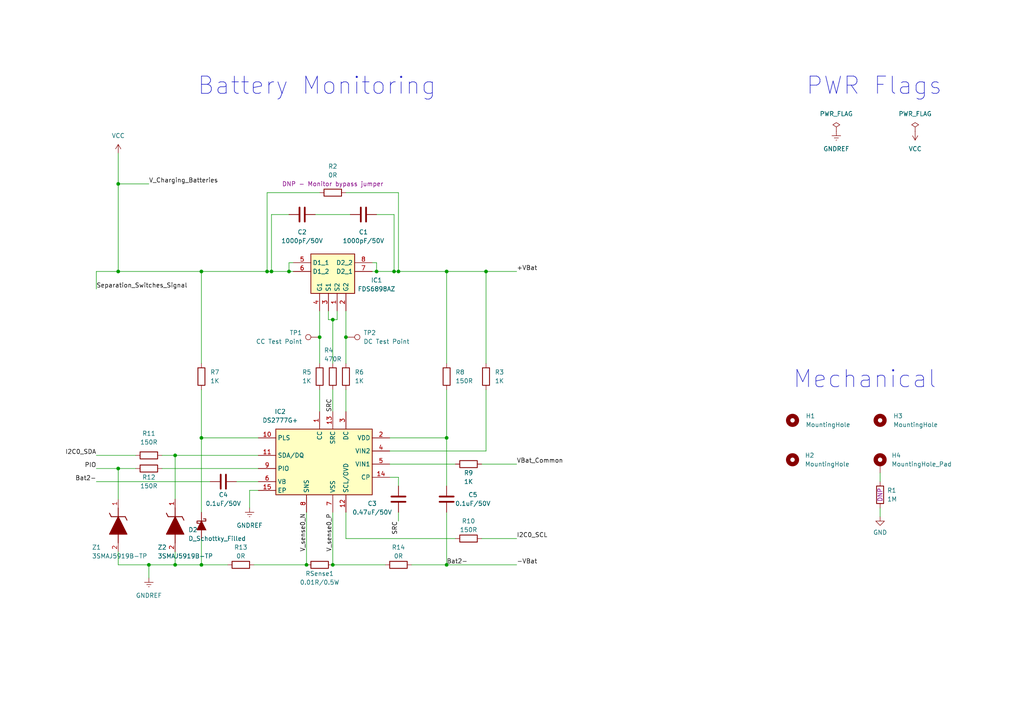
<source format=kicad_sch>
(kicad_sch (version 20230121) (generator eeschema)
  (paper "A4")
  (title_block (title "Battery Module 4c2") (date "2023-08-10") (comment 1 "Vitória Beatriz Bianchin <vitoriabbianchin@gmail.com>"))
  (lib_symbols
    (symbol "3SMAJ5919B-TP:3SMAJ5919B-TP" (pin_names hide)
      (property "Reference" "Z" (at 10.16 8.89 0))
      (property "Value" "3SMAJ5919B-TP" (at 10.16 6.35 0))
      (symbol "3SMAJ5919B-TP_1_1"
        (polyline (pts (xy 2.54 0) (xy 5.08 0)) (stroke (width 0.254)))
        (polyline (pts (xy 4.064 -2.54) (xy 5.08 -2.032)) (stroke (width 0.254)))
        (polyline (pts (xy 5.08 2.032) (xy 5.08 -2.032)) (stroke (width 0.254)))
        (polyline (pts (xy 5.08 2.032) (xy 6.096 2.54)) (stroke (width 0.254)))
        (polyline (pts (xy 12.7 0) (xy 10.16 0)) (stroke (width 0.254)))
        (polyline (pts (xy 5.08 0) (xy 10.16 2.54) (xy 10.16 -2.54) (xy 5.08 0)) (stroke (width 0.254)) (fill (type outline)))
        (pin passive line (at 0 0 0) (length 2.54) (name "K") (number "1"))
        (pin passive line (at 15.24 0 180) (length 2.54) (name "A") (number "2"))
      )
    )
    (symbol "Connector:TestPoint" (pin_numbers hide) (pin_names (offset 0.762) hide)
      (property "Reference" "TP" (at 0 6.858 0))
      (property "Value" "TestPoint" (at 0 5.08 0))
      (symbol "TestPoint_0_1"
        (circle (center 0 3.302) (radius 0.762))
      )
      (symbol "TestPoint_1_1"
        (pin passive line (at 0 0 90) (length 2.54) (name "1") (number "1"))
      )
    )
    (symbol "DS2777G+:DS2777G+"
      (property "Reference" "IC2" (at 6.35 7.62 0))
      (property "Value" "DS2777G+" (at 6.35 5.08 0))
      (symbol "DS2777G+_1_1"
        (rectangle (start 5.08 2.54) (end 33.02 -16.51) (stroke (width 0.254)) (fill (type background)))
        (pin passive line (at 17.78 7.62 270) (length 5.08) (name "CC") (number "1"))
        (pin passive line (at 0 0 0) (length 5.08) (name "PLS") (number "10"))
        (pin passive line (at 0 -5.08 0) (length 5.08) (name "SDA/DQ") (number "11"))
        (pin passive line (at 25.4 -21.59 90) (length 5.08) (name "SCL/OVD") (number "12"))
        (pin passive line (at 21.59 7.62 270) (length 5.08) (name "SRC") (number "13"))
        (pin passive line (at 38.1 -11.43 180) (length 5.08) (name "CP") (number "14"))
        (pin passive line (at 0 -15.24 0) (length 5.08) (name "EP") (number "15"))
        (pin passive line (at 38.1 0 180) (length 5.08) (name "VDD") (number "2"))
        (pin passive line (at 25.4 7.62 270) (length 5.08) (name "DC") (number "3"))
        (pin passive line (at 38.1 -3.81 180) (length 5.08) (name "VIN2") (number "4"))
        (pin passive line (at 38.1 -7.62 180) (length 5.08) (name "VIN1") (number "5"))
        (pin passive line (at 0 -12.7 0) (length 5.08) (name "VB") (number "6"))
        (pin passive line (at 21.59 -21.59 90) (length 5.08) (name "VSS") (number "7"))
        (pin passive line (at 13.97 -21.59 90) (length 5.08) (name "SNS") (number "8"))
        (pin passive line (at 0 -8.89 0) (length 5.08) (name "PIO") (number "9"))
      )
    )
    (symbol "Device:C" (pin_numbers hide) (pin_names (offset 0.254))
      (property "Reference" "C" (at 0.635 2.54 0))
      (property "Value" "C" (at 0.635 -2.54 0))
      (symbol "C_0_1"
        (polyline (pts (xy -2.032 -0.762) (xy 2.032 -0.762)) (stroke (width 0.508)))
        (polyline (pts (xy -2.032 0.762) (xy 2.032 0.762)) (stroke (width 0.508)))
      )
      (symbol "C_1_1"
        (pin passive line (at 0 3.81 270) (length 2.794) (name "~") (number "1"))
        (pin passive line (at 0 -3.81 90) (length 2.794) (name "~") (number "2"))
      )
    )
    (symbol "Device:D_Schottky_Filled" (pin_numbers hide) (pin_names (offset 1.016) hide)
      (property "Reference" "D" (at 0 2.54 0))
      (property "Value" "D_Schottky_Filled" (at 0 -2.54 0))
      (symbol "D_Schottky_Filled_0_1"
        (polyline (pts (xy 1.27 0) (xy -1.27 0)))
        (polyline (pts (xy 1.27 1.27) (xy 1.27 -1.27) (xy -1.27 0) (xy 1.27 1.27)) (stroke (width 0.254)) (fill (type outline)))
        (polyline (pts (xy -1.905 0.635) (xy -1.905 1.27) (xy -1.27 1.27) (xy -1.27 -1.27) (xy -0.635 -1.27) (xy -0.635 -0.635)) (stroke (width 0.254)))
      )
      (symbol "D_Schottky_Filled_1_1"
        (pin passive line (at -3.81 0 0) (length 2.54) (name "K") (number "1"))
        (pin passive line (at 3.81 0 180) (length 2.54) (name "A") (number "2"))
      )
    )
    (symbol "Device:R" (pin_numbers hide) (pin_names (offset 0))
      (property "Reference" "R" (at 2.032 0 90))
      (property "Value" "R" (at 0 0 90))
      (symbol "R_0_1"
        (rectangle (start -1.016 -2.54) (end 1.016 2.54) (stroke (width 0.254)))
      )
      (symbol "R_1_1"
        (pin passive line (at 0 3.81 270) (length 1.27) (name "~") (number "1"))
        (pin passive line (at 0 -3.81 90) (length 1.27) (name "~") (number "2"))
      )
    )
    (symbol "FDS6898AZ-:FDS6898AZ"
      (property "Reference" "IC1" (at 12.7 7.62 0))
      (property "Value" "FDS6898AZ" (at 12.7 5.08 0))
      (symbol "FDS6898AZ_1_1"
        (rectangle (start 6.35 -6.35) (end 19.05 -17.78) (stroke (width 0.254)) (fill (type background)))
        (pin passive line (at 13.97 -22.86 90) (length 5.08) (name "S2") (number "1"))
        (pin passive line (at 16.51 -22.86 90) (length 5.08) (name "G2") (number "2"))
        (pin passive line (at 11.43 -22.86 90) (length 5.08) (name "S1") (number "3"))
        (pin passive line (at 8.89 -22.86 90) (length 5.08) (name "G1") (number "4"))
        (pin passive line (at 1.27 -8.89 0) (length 5.08) (name "D1_1") (number "5"))
        (pin passive line (at 1.27 -11.43 0) (length 5.08) (name "D1_2") (number "6"))
        (pin passive line (at 24.13 -11.43 180) (length 5.08) (name "D2_1") (number "7"))
        (pin passive line (at 24.13 -8.89 180) (length 5.08) (name "D2_2") (number "8"))
      )
    )
    (symbol "Mechanical:MountingHole" (pin_names (offset 1.016))
      (property "Reference" "H" (at 0 5.08 0))
      (property "Value" "MountingHole" (at 0 3.175 0))
      (symbol "MountingHole_0_1"
        (circle (center 0 0) (radius 1.27) (stroke (width 1.27)))
      )
    )
    (symbol "Mechanical:MountingHole_Pad" (pin_numbers hide) (pin_names (offset 1.016) hide)
      (property "Reference" "H" (at 0 6.35 0))
      (property "Value" "MountingHole_Pad" (at 0 4.445 0))
      (symbol "MountingHole_Pad_0_1"
        (circle (center 0 1.27) (radius 1.27) (stroke (width 1.27)))
      )
      (symbol "MountingHole_Pad_1_1"
        (pin input line (at 0 -2.54 90) (length 2.54) (name "1") (number "1"))
      )
    )
    (symbol "power:GND" (power) (pin_names (offset 0))
      (property "Value" "GND" (at 0 -3.81 0))
      (symbol "GND_0_1"
        (polyline (pts (xy 0 0) (xy 0 -1.27) (xy 1.27 -1.27) (xy 0 -2.54) (xy -1.27 -1.27) (xy 0 -1.27)))
      )
      (symbol "GND_1_1"
        (pin power_in line (at 0 0 270) (length 0) hide (name "GND") (number "1"))
      )
    )
    (symbol "power:GNDREF" (power) (pin_names (offset 0))
      (property "Value" "GNDREF" (at 0 -3.81 0))
      (symbol "GNDREF_0_1"
        (polyline (pts (xy -0.635 -1.905) (xy 0.635 -1.905)))
        (polyline (pts (xy -0.127 -2.54) (xy 0.127 -2.54)))
        (polyline (pts (xy 0 -1.27) (xy 0 0)))
        (polyline (pts (xy 1.27 -1.27) (xy -1.27 -1.27)))
      )
      (symbol "GNDREF_1_1"
        (pin power_in line (at 0 0 270) (length 0) hide (name "GNDREF") (number "1"))
      )
    )
    (symbol "power:PWR_FLAG" (power) (pin_numbers hide) (pin_names (offset 0) hide)
      (property "Value" "PWR_FLAG" (at 0 3.81 0))
      (symbol "PWR_FLAG_0_0"
        (pin power_out line (at 0 0 90) (length 0) (name "pwr") (number "1"))
      )
      (symbol "PWR_FLAG_0_1"
        (polyline (pts (xy 0 0) (xy 0 1.27) (xy -1.016 1.905) (xy 0 2.54) (xy 1.016 1.905) (xy 0 1.27)))
      )
    )
    (symbol "power:VCC" (power) (pin_names (offset 0))
      (property "Value" "VCC" (at 0 3.81 0))
      (symbol "VCC_0_1"
        (polyline (pts (xy -0.762 1.27) (xy 0 2.54)))
        (polyline (pts (xy 0 0) (xy 0 2.54)))
        (polyline (pts (xy 0 2.54) (xy 0.762 1.27)))
      )
      (symbol "VCC_1_1"
        (pin power_in line (at 0 0 90) (length 0) hide (name "VCC") (number "1"))
      )
    )
  )
  (junction (at 83.82 78.74))
  (junction (at 129.54 163.83))
  (junction (at 43.18 163.83))
  (junction (at 96.52 163.83))
  (junction (at 100.33 97.79))
  (junction (at 34.29 135.89))
  (junction (at 129.54 127))
  (junction (at 58.42 78.74))
  (junction (at 78.74 78.74))
  (junction (at 50.8 163.83))
  (junction (at 114.3 78.74))
  (junction (at 58.42 163.83))
  (junction (at 34.29 53.34))
  (junction (at 77.47 78.74))
  (junction (at 58.42 127))
  (junction (at 96.52 92.71))
  (junction (at 109.22 78.74))
  (junction (at 115.57 78.74))
  (junction (at 34.29 78.74))
  (junction (at 140.97 78.74))
  (junction (at 129.54 78.74))
  (junction (at 50.8 132.08))
  (junction (at 92.71 97.79))
  (junction (at 88.9 163.83))
  (wire (pts (xy 96.52 92.71) (xy 97.79 92.71)))
  (wire (pts (xy 100.33 97.79) (xy 100.33 105.41)))
  (wire (pts (xy 34.29 53.34) (xy 34.29 78.74)))
  (wire (pts (xy 88.9 148.59) (xy 88.9 163.83)))
  (wire (pts (xy 34.29 78.74) (xy 58.42 78.74)))
  (wire (pts (xy 129.54 148.59) (xy 129.54 163.83)))
  (wire (pts (xy 115.57 148.59) (xy 115.57 151.13)))
  (wire (pts (xy 85.09 76.2) (xy 83.82 76.2)))
  (wire (pts (xy 129.54 163.83) (xy 149.86 163.83)))
  (wire (pts (xy 100.33 148.59) (xy 100.33 156.21)))
  (wire (pts (xy 255.27 137.16) (xy 255.27 139.7)))
  (wire (pts (xy 74.93 142.24) (xy 72.39 142.24)))
  (wire (pts (xy 95.25 92.71) (xy 96.52 92.71)))
  (wire (pts (xy 58.42 78.74) (xy 77.47 78.74)))
  (wire (pts (xy 255.27 147.32) (xy 255.27 149.86)))
  (wire (pts (xy 83.82 76.2) (xy 83.82 78.74)))
  (wire (pts (xy 83.82 78.74) (xy 85.09 78.74)))
  (wire (pts (xy 34.29 44.45) (xy 34.29 53.34)))
  (wire (pts (xy 27.94 78.74) (xy 27.94 83.82)))
  (wire (pts (xy 129.54 163.83) (xy 119.38 163.83)))
  (wire (pts (xy 129.54 113.03) (xy 129.54 127)))
  (wire (pts (xy 129.54 78.74) (xy 129.54 105.41)))
  (wire (pts (xy 43.18 163.83) (xy 34.29 163.83)))
  (wire (pts (xy 27.94 78.74) (xy 34.29 78.74)))
  (wire (pts (xy 58.42 163.83) (xy 50.8 163.83)))
  (wire (pts (xy 74.93 127) (xy 58.42 127)))
  (wire (pts (xy 109.22 76.2) (xy 107.95 76.2)))
  (wire (pts (xy 109.22 78.74) (xy 109.22 76.2)))
  (wire (pts (xy 46.99 132.08) (xy 50.8 132.08)))
  (wire (pts (xy 95.25 90.17) (xy 95.25 92.71)))
  (wire (pts (xy 115.57 78.74) (xy 129.54 78.74)))
  (wire (pts (xy 107.95 78.74) (xy 109.22 78.74)))
  (wire (pts (xy 58.42 163.83) (xy 58.42 156.21)))
  (wire (pts (xy 100.33 55.88) (xy 115.57 55.88)))
  (wire (pts (xy 140.97 78.74) (xy 140.97 105.41)))
  (wire (pts (xy 111.76 163.83) (xy 96.52 163.83)))
  (wire (pts (xy 46.99 135.89) (xy 74.93 135.89)))
  (wire (pts (xy 140.97 113.03) (xy 140.97 130.81)))
  (wire (pts (xy 100.33 156.21) (xy 132.08 156.21)))
  (wire (pts (xy 34.29 163.83) (xy 34.29 160.02)))
  (wire (pts (xy 100.33 113.03) (xy 100.33 119.38)))
  (wire (pts (xy 96.52 148.59) (xy 96.52 163.83)))
  (wire (pts (xy 140.97 78.74) (xy 149.86 78.74)))
  (wire (pts (xy 92.71 90.17) (xy 92.71 97.79)))
  (wire (pts (xy 72.39 142.24) (xy 72.39 147.32)))
  (wire (pts (xy 50.8 132.08) (xy 74.93 132.08)))
  (wire (pts (xy 68.58 139.7) (xy 74.93 139.7)))
  (wire (pts (xy 27.94 139.7) (xy 60.96 139.7)))
  (wire (pts (xy 43.18 163.83) (xy 43.18 167.64)))
  (wire (pts (xy 78.74 78.74) (xy 78.74 62.23)))
  (wire (pts (xy 139.7 134.62) (xy 149.86 134.62)))
  (wire (pts (xy 66.04 163.83) (xy 58.42 163.83)))
  (wire (pts (xy 100.33 90.17) (xy 100.33 97.79)))
  (wire (pts (xy 113.03 134.62) (xy 132.08 134.62)))
  (wire (pts (xy 114.3 62.23) (xy 109.22 62.23)))
  (wire (pts (xy 96.52 92.71) (xy 96.52 105.41)))
  (wire (pts (xy 78.74 62.23) (xy 83.82 62.23)))
  (wire (pts (xy 91.44 62.23) (xy 101.6 62.23)))
  (wire (pts (xy 88.9 163.83) (xy 73.66 163.83)))
  (wire (pts (xy 50.8 132.08) (xy 50.8 144.78)))
  (wire (pts (xy 140.97 130.81) (xy 113.03 130.81)))
  (wire (pts (xy 92.71 55.88) (xy 77.47 55.88)))
  (wire (pts (xy 139.7 156.21) (xy 149.86 156.21)))
  (wire (pts (xy 109.22 78.74) (xy 114.3 78.74)))
  (wire (pts (xy 115.57 138.43) (xy 115.57 140.97)))
  (wire (pts (xy 129.54 127) (xy 129.54 140.97)))
  (wire (pts (xy 58.42 113.03) (xy 58.42 127)))
  (wire (pts (xy 50.8 163.83) (xy 43.18 163.83)))
  (wire (pts (xy 27.94 132.08) (xy 39.37 132.08)))
  (wire (pts (xy 114.3 78.74) (xy 115.57 78.74)))
  (wire (pts (xy 58.42 78.74) (xy 58.42 105.41)))
  (wire (pts (xy 129.54 78.74) (xy 140.97 78.74)))
  (wire (pts (xy 50.8 160.02) (xy 50.8 163.83)))
  (wire (pts (xy 58.42 148.59) (xy 58.42 127)))
  (wire (pts (xy 114.3 78.74) (xy 114.3 62.23)))
  (wire (pts (xy 34.29 144.78) (xy 34.29 135.89)))
  (wire (pts (xy 78.74 78.74) (xy 83.82 78.74)))
  (wire (pts (xy 77.47 78.74) (xy 78.74 78.74)))
  (wire (pts (xy 77.47 55.88) (xy 77.47 78.74)))
  (wire (pts (xy 27.94 135.89) (xy 34.29 135.89)))
  (wire (pts (xy 96.52 113.03) (xy 96.52 119.38)))
  (wire (pts (xy 97.79 92.71) (xy 97.79 90.17)))
  (wire (pts (xy 115.57 55.88) (xy 115.57 78.74)))
  (wire (pts (xy 92.71 113.03) (xy 92.71 119.38)))
  (wire (pts (xy 92.71 97.79) (xy 92.71 105.41)))
  (wire (pts (xy 129.54 127) (xy 113.03 127)))
  (wire (pts (xy 113.03 138.43) (xy 115.57 138.43)))
  (wire (pts (xy 34.29 135.89) (xy 39.37 135.89)))
  (wire (pts (xy 34.29 53.34) (xy 43.18 53.34)))
  (text "PWR Flags" (at 233.68 27.94 0) (effects (font (size 5.0038 5.0038)) (justify left bottom)))
  (text "Battery Monitoring" (at 57.15 27.94 0) (effects (font (size 5.0038 5.0038)) (justify left bottom)))
  (text "Mechanical\n" (at 229.87 113.03 0) (effects (font (size 5.0038 5.0038)) (justify left bottom)))
  (label "Bat2-" (at 27.94 139.7 180))
  (label "I2C0_SCL" (at 149.86 156.21 0))
  (label "+VBat" (at 149.86 78.74 0))
  (label "-VBat" (at 149.86 163.83 0))
  (label "I2C0_SDA" (at 27.94 132.08 180))
  (label "SRC" (at 96.52 115.57 270))
  (label "V_sense0_N" (at 88.9 160.02 90))
  (label "V_sense0_P" (at 96.52 160.02 90))
  (label "VBat_Common" (at 149.86 134.62 0))
  (label "PIO" (at 27.94 135.89 180))
  (label "Separation_Switches_Signal" (at 27.94 83.82 0))
  (label "SRC" (at 115.57 151.13 270))
  (label "Bat2-" (at 129.54 163.83 0))
  (label "V_Charging_Batteries" (at 43.18 53.34 0))
  (symbol (lib_id "power:GNDREF") (at 72.39 147.32 0) (unit 1)
    (property "Reference" "#PWR02" (effects hide))
    (property "Value" "GNDREF" (at 72.39 152.4 0))
  )
  (symbol (lib_id "Device:R") (at 92.71 163.83 90) (unit 1)
    (property "Reference" "RSense1" (at 92.71 166.37 90))
    (property "Value" "0.01R/0.5W" (at 92.71 168.91 90))
  )
  (symbol (lib_id "Connector:TestPoint") (at 92.71 97.79 90) (unit 1)
    (property "Reference" "TP1" (at 87.63 96.52 90) (effects (justify left)))
    (property "Value" "CC Test Point" (at 87.63 99.06 90) (effects (justify left)))
  )
  (symbol (lib_id "Device:R") (at 96.52 55.88 90) (unit 1)
    (property "Reference" "R2" (at 96.52 48.26 90))
    (property "Value" "0R" (at 96.52 50.8 90))
    (property "Comments" "DNP - Monitor bypass jumper" (at 96.52 53.34 90))
  )
  (symbol (lib_id "power:PWR_FLAG") (at 242.57 38.1 0) (unit 1)
    (property "Reference" "#FLG02" (effects hide))
    (property "Value" "PWR_FLAG" (at 242.57 33.02 0))
  )
  (symbol (lib_id "power:VCC") (at 34.29 44.45 0) (unit 1)
    (property "Reference" "#PWR04" (effects hide))
    (property "Value" "VCC" (at 34.29 39.37 0))
  )
  (symbol (lib_id "Device:D_Schottky_Filled") (at 58.42 152.4 270) (unit 1)
    (property "Reference" "D2" (at 54.61 153.67 90) (effects (justify left)))
    (property "Value" "D_Schottky_Filled" (at 54.61 156.21 90) (effects (justify left)))
  )
  (symbol (lib_id "Device:R") (at 135.89 156.21 90) (unit 1)
    (property "Reference" "R10" (at 135.89 151.13 90))
    (property "Value" "150R" (at 135.89 153.67 90))
  )
  (symbol (lib_id "power:GNDREF") (at 242.57 38.1 0) (unit 1)
    (property "Reference" "#PWR05" (effects hide))
    (property "Value" "GNDREF" (at 242.57 43.18 0))
  )
  (symbol (lib_id "Device:R") (at 140.97 109.22 0) (unit 1)
    (property "Reference" "R3" (at 143.51 107.95 0) (effects (justify left)))
    (property "Value" "1K" (at 143.51 110.49 0) (effects (justify left)))
  )
  (symbol (lib_id "Device:C") (at 87.63 62.23 270) (unit 1)
    (property "Reference" "C2" (at 87.63 67.31 90))
    (property "Value" "1000pF/50V" (at 87.63 69.85 90))
  )
  (symbol (lib_id "power:VCC") (at 265.43 38.1 180) (unit 1)
    (property "Reference" "#PWR06" (effects hide))
    (property "Value" "VCC" (at 265.43 43.18 0))
  )
  (symbol (lib_id "Device:C") (at 129.54 144.78 180) (unit 1)
    (property "Reference" "C5" (at 137.16 143.51 0))
    (property "Value" "0.1uF/50V" (at 137.16 146.05 0))
  )
  (symbol (lib_id "Device:R") (at 96.52 109.22 0) (unit 1)
    (property "Reference" "R4" (at 93.98 101.6 0) (effects (justify left)))
    (property "Value" "470R" (at 93.98 104.14 0) (effects (justify left)))
  )
  (symbol (lib_id "Device:R") (at 69.85 163.83 90) (unit 1)
    (property "Reference" "R13" (at 69.85 158.75 90))
    (property "Value" "0R" (at 69.85 161.29 90))
  )
  (symbol (lib_id "Mechanical:MountingHole") (at 229.87 133.35 0) (unit 1) (in_bom no)
    (property "Reference" "H2" (at 233.445 132.0799 0) (effects (justify left)))
    (property "Value" "MountingHole" (at 233.445 134.6199 0) (effects (justify left)))
    (property "Footprint" "MountingHole:MountingHole_3.2mm_M3_ISO14580_Pad" (effects hide))
  )
  (symbol (lib_id "Device:R") (at 92.71 109.22 180) (unit 1)
    (property "Reference" "R5" (at 87.63 107.95 0) (effects (justify right)))
    (property "Value" "1K" (at 87.63 110.49 0) (effects (justify right)))
  )
  (symbol (lib_id "Device:R") (at 100.33 109.22 0) (unit 1)
    (property "Reference" "R6" (at 102.87 107.95 0) (effects (justify left)))
    (property "Value" "1K" (at 102.87 110.49 0) (effects (justify left)))
  )
  (symbol (lib_id "Device:C") (at 105.41 62.23 90) (unit 1)
    (property "Reference" "C1" (at 105.41 67.31 90))
    (property "Value" "1000pF/50V" (at 105.41 69.85 90))
  )
  (symbol (lib_id "Device:C") (at 115.57 144.78 180) (unit 1)
    (property "Reference" "C3" (at 107.95 146.05 0))
    (property "Value" "0.47uF/50V" (at 107.95 148.59 0))
  )
  (symbol (lib_id "Device:R") (at 58.42 109.22 0) (unit 1)
    (property "Reference" "R7" (at 60.96 107.95 0) (effects (justify left)))
    (property "Value" "1K" (at 60.96 110.49 0) (effects (justify left)))
  )
  (symbol (lib_id "Device:R") (at 255.27 143.51 0) (unit 1)
    (property "Reference" "R1" (at 257.302 142.2399 0) (effects (justify left)))
    (property "Value" "1M" (at 257.302 144.7799 0) (effects (justify left)))
    (property "Footprint" "Resistor_SMD:R_0603_1608Metric_Pad0.98x0.95mm_HandSolder" (effects hide))
    (property "Datasheet" "DNP" (at 255.27 143.51 90))
    (property "Partnumber" "MCT06030C1004FP500" (effects hide))
  )
  (symbol (lib_id "Mechanical:MountingHole_Pad") (at 255.27 134.62 0) (unit 1) (in_bom no)
    (property "Reference" "H4" (at 258.572 132.0799 0) (effects (justify left)))
    (property "Value" "MountingHole_Pad" (at 258.572 134.6199 0) (effects (justify left)))
    (property "Footprint" "MountingHole:MountingHole_3.2mm_M3_ISO14580_Pad" (effects hide))
  )
  (symbol (lib_id "Mechanical:MountingHole") (at 255.27 121.92 0) (unit 1) (in_bom no)
    (property "Reference" "H3" (at 259.08 120.65 0) (effects (justify left)))
    (property "Value" "MountingHole" (at 259.08 123.19 0) (effects (justify left)))
    (property "Footprint" "MountingHole:MountingHole_3.2mm_M3_ISO14580_Pad" (effects hide))
  )
  (symbol (lib_id "power:GND") (at 255.27 149.86 0) (unit 1)
    (property "Reference" "#PWR01" (effects hide))
    (property "Value" "GND" (at 255.27 154.432 0))
  )
  (symbol (lib_id "DS2777G+:DS2777G+") (at 74.93 127 0) (unit 1)
    (property "Reference" "IC2" (at 81.28 119.38 0))
    (property "Value" "DS2777G+" (at 81.28 121.92 0))
    (property "Footprint" "SON40P500X300X80-15N-D" (effects hide))
    (property "Datasheet" "https://datasheets.maximintegrated.com/en/ds/DS2775-DS2778.pdf" (effects hide))
    (property "Height" "0.8" (effects hide))
    (property "Mouser Part Number" "700-DS2777G" (effects hide))
    (property "Mouser Price/Stock" "https://www.mouser.co.uk/ProductDetail/Maxim-Integrated/DS2777G%2b?qs=LHmEVA8xxfYz6minjeAAkw%3D%3D" (effects hide))
    (property "Manufacturer_Name" "Analog Devices" (effects hide))
    (property "Manufacturer_Part_Number" "DS2777G+" (effects hide))
  )
  (symbol (lib_id "3SMAJ5919B-TP:3SMAJ5919B-TP") (at 34.29 144.78 270) (unit 1)
    (property "Reference" "Z1" (at 26.67 158.75 90) (effects (justify left)))
    (property "Value" "3SMAJ5919B-TP" (at 26.67 161.29 90) (effects (justify left)))
    (property "Footprint" "DIOM5226X244N" (effects hide))
    (property "Datasheet" "https://mccsemi.com/pdf/Products/3SMAJ5918B-3SMAJ5956B(SMA).pdf" (effects hide))
    (property "Height" "2.44" (effects hide))
    (property "Mouser Part Number" "833-3SMAJ5919B-TP" (effects hide))
    (property "Mouser Price/Stock" "https://www.mouser.co.uk/ProductDetail/Micro-Commercial-Components-MCC/3SMAJ5919B-TP?qs=ZNK0BnemlqFOug%252B1FuXOvQ%3D%3D" (effects hide))
    (property "Manufacturer_Name" "MCC" (effects hide))
    (property "Manufacturer_Part_Number" "3SMAJ5919B-TP" (effects hide))
  )
  (symbol (lib_id "power:PWR_FLAG") (at 265.43 38.1 0) (unit 1)
    (property "Reference" "#FLG01" (effects hide))
    (property "Value" "PWR_FLAG" (at 265.43 33.02 0))
  )
  (symbol (lib_id "power:GNDREF") (at 43.18 167.64 0) (unit 1)
    (property "Reference" "#PWR03" (effects hide))
    (property "Value" "GNDREF" (at 43.18 172.72 0))
  )
  (symbol (lib_id "Device:R") (at 43.18 132.08 90) (unit 1)
    (property "Reference" "R11" (at 43.18 125.73 90))
    (property "Value" "150R" (at 43.18 128.27 90))
  )
  (symbol (lib_id "FDS6898AZ-:FDS6898AZ") (at 83.82 67.31 0) (unit 1)
    (property "Reference" "IC1" (at 109.22 81.28 0))
    (property "Value" "FDS6898AZ" (at 109.22 83.82 0))
    (property "Footprint" "SOIC127P600X175-8N" (effects hide))
    (property "Datasheet" "https://datasheet.datasheetarchive.com/originals/distributors/Datasheets_SAMA/aed9b2fe0215d221e3e246017d3462cd.pdf" (effects hide))
    (property "Height" "1.75" (effects hide))
    (property "Mouser Part Number" "512-FDS6898AZ" (effects hide))
    (property "Mouser Price/Stock" "https://www.mouser.co.uk/ProductDetail/ON-Semiconductor-Fairchild/FDS6898AZ?qs=M37yUtvuNLyt4PLCZo7LIg%3D%3D" (effects hide))
    (property "Manufacturer_Name" "onsemi" (effects hide))
    (property "Manufacturer_Part_Number" "FDS6898AZ" (effects hide))
  )
  (symbol (lib_id "Connector:TestPoint") (at 100.33 97.79 270) (unit 1)
    (property "Reference" "TP2" (at 105.41 96.52 90) (effects (justify left)))
    (property "Value" "DC Test Point" (at 105.41 99.06 90) (effects (justify left)))
  )
  (symbol (lib_id "Device:R") (at 129.54 109.22 0) (unit 1)
    (property "Reference" "R8" (at 132.08 107.95 0) (effects (justify left)))
    (property "Value" "150R" (at 132.08 110.49 0) (effects (justify left)))
  )
  (symbol (lib_id "Device:R") (at 135.89 134.62 90) (unit 1)
    (property "Reference" "R9" (at 135.89 137.16 90))
    (property "Value" "1K" (at 135.89 139.7 90))
  )
  (symbol (lib_id "Mechanical:MountingHole") (at 229.87 121.92 0) (unit 1) (in_bom no)
    (property "Reference" "H1" (at 233.68 120.65 0) (effects (justify left)))
    (property "Value" "MountingHole" (at 233.68 123.19 0) (effects (justify left)))
    (property "Footprint" "MountingHole:MountingHole_3.2mm_M3_ISO14580_Pad" (effects hide))
  )
  (symbol (lib_id "Device:R") (at 115.57 163.83 90) (unit 1)
    (property "Reference" "R14" (at 115.57 158.75 90))
    (property "Value" "0R" (at 115.57 161.29 90))
  )
  (symbol (lib_id "Device:C") (at 64.77 139.7 90) (unit 1)
    (property "Reference" "C4" (at 64.77 143.51 90))
    (property "Value" "0.1uF/50V" (at 64.77 146.05 90))
  )
  (symbol (lib_id "3SMAJ5919B-TP:3SMAJ5919B-TP") (at 50.8 144.78 270) (unit 1)
    (property "Reference" "Z2" (at 45.72 158.75 90) (effects (justify left)))
    (property "Value" "3SMAJ5919B-TP" (at 45.72 161.29 90) (effects (justify left)))
    (property "Footprint" "DIOM5226X244N" (effects hide))
    (property "Datasheet" "https://mccsemi.com/pdf/Products/3SMAJ5918B-3SMAJ5956B(SMA).pdf" (effects hide))
    (property "Height" "2.44" (effects hide))
    (property "Mouser Part Number" "833-3SMAJ5919B-TP" (effects hide))
    (property "Mouser Price/Stock" "https://www.mouser.co.uk/ProductDetail/Micro-Commercial-Components-MCC/3SMAJ5919B-TP?qs=ZNK0BnemlqFOug%252B1FuXOvQ%3D%3D" (effects hide))
    (property "Manufacturer_Name" "MCC" (effects hide))
    (property "Manufacturer_Part_Number" "3SMAJ5919B-TP" (effects hide))
  )
  (symbol (lib_id "Device:R") (at 43.18 135.89 90) (unit 1)
    (property "Reference" "R12" (at 43.18 138.43 90))
    (property "Value" "150R" (at 43.18 140.97 90))
  )
  (sheet (at 304.8 0) (size 12.7 204.47) (stroke (width 0.1524))
    (property "Sheetname" "batteries" (at 304.8 -0.7116 0) (effects (justify left bottom)))
    (property "Sheetfile" "batteries.kicad_sch" (at 304.8 205.0546 0) (effects (justify left top)))
  )
)
</source>
